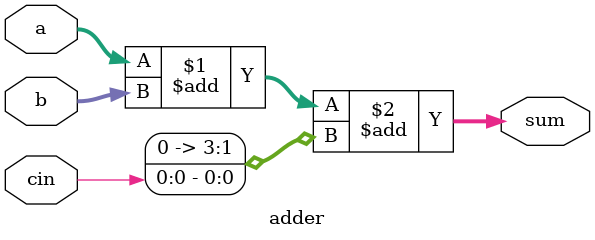
<source format=v>
module adder #(parameter width = 4) (
input signed [width-1:0]a,b,
input cin, 
output signed [width-1:0]sum);

assign sum = a + b + $signed({1'b0,cin}) ; 

endmodule 


</source>
